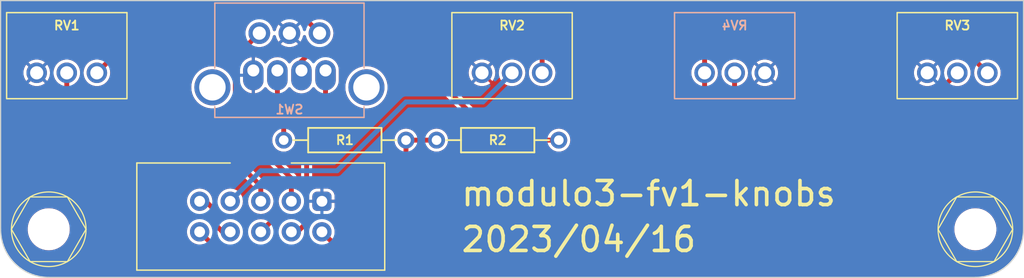
<source format=kicad_pcb>
(kicad_pcb (version 20221018) (generator pcbnew)
  (layers (0 "F.Cu" signal) (31 "B.Cu" signal) (34 "B.Paste" user) (35 "F.Paste" user) (36 "B.SilkS" user "B.Silkscreen") (37 "F.SilkS" user "F.Silkscreen") (38 "B.Mask" user) (39 "F.Mask" user) (44 "Edge.Cuts" user))
  (net 0 "")
  (net 1 "Net-(R1-Pad1)")
  (net 2 "/RE_LED")
  (net 3 "Net-(R2-Pad1)")
  (net 4 "VCC")
  (net 5 "/WIPE1")
  (net 6 "GND")
  (net 7 "/WIPE2")
  (net 8 "/WIPE3")
  (net 9 "/WIPE4")
  (net 10 "/RE_A")
  (net 11 "/RE_B")
  (net 12 "/RE_SW")
  (footprint "myAmp:MountingHole" (layer "F.Cu") (at 53.5 69)
    (fp_text reference "J2" hide)
    (fp_text value "HOLE" hide)
    (fp_line (start -3.1 0) (end -1.55 2.684) (stroke (width 0.1)) (layer "F.SilkS"))
    (fp_line (start -1.55 -2.684) (end -3.1 0) (stroke (width 0.1)) (layer "F.SilkS"))
    (fp_line (start -1.55 2.684) (end 1.55 2.684) (stroke (width 0.1)) (layer "F.SilkS"))
    (fp_line (start 1.55 -2.684) (end -1.55 -2.684) (stroke (width 0.1)) (layer "F.SilkS"))
    (fp_line (start 1.55 2.684) (end 3.1 0) (stroke (width 0.1)) (layer "F.SilkS"))
    (fp_line (start 3.1 0) (end 1.55 -2.684) (stroke (width 0.1)) (layer "F.SilkS"))
    (fp_circle (center 0 0) (end 3.1 0) (stroke (width 0.1)) (fill none) (layer "F.SilkS"))
    (pad "" np_thru_hole circle (at 0 0) (size 3 3) (drill 3) (layers "F&B.Cu" "*.Mask"))
  )
  (footprint "myAmp:R_10MM" (layer "F.Cu") (at 90.805 61.595 180)
    (fp_text reference "R2" (at 0 0) (layer "F.SilkS") (effects (font (size 0.75 0.75))))
    (fp_text value "100" hide)
    (fp_line (start -3.048 -1.016) (end -3.048 1.016) (stroke (width 0.15)) (layer "F.SilkS"))
    (fp_line (start -3.048 -1.016) (end 3.048 -1.016) (stroke (width 0.15)) (layer "F.SilkS"))
    (fp_line (start -3.048 0) (end -4.275 0) (stroke (width 0.15)) (layer "F.SilkS"))
    (fp_line (start -3.048 1.016) (end 3.048 1.016) (stroke (width 0.15)) (layer "F.SilkS"))
    (fp_line (start 3.048 -1.016) (end 3.048 1.016) (stroke (width 0.15)) (layer "F.SilkS"))
    (fp_line (start 3.048 0) (end 4.275 0) (stroke (width 0.15)) (layer "F.SilkS"))
    (pad "1" thru_hole circle (at -5.08 0 180) (size 1.4 1.4) (drill 0.8) (layers "*.Cu" "*.Mask") (net 3 "Net-(R2-Pad1)"))
    (pad "2" thru_hole circle (at 5.08 0 180) (size 1.4 1.4) (drill 0.8) (layers "*.Cu" "*.Mask") (net 2 "/RE_LED"))
  )
  (footprint "myAmp:BOURNS_PTD901_xx15K" (layer "F.Cu") (at 129 56 180)
    (fp_text reference "RV3" (at 0 3.93) (layer "F.SilkS") (effects (font (size 0.75 0.75))))
    (fp_text value "10k")
    (fp_line (start -5 -2.15) (end 5 -2.15) (stroke (width 0.12)) (layer "F.SilkS"))
    (fp_line (start -5 5) (end -5 -2.1) (stroke (width 0.12)) (layer "F.SilkS"))
    (fp_line (start 5 -2.1) (end 5 5) (stroke (width 0.12)) (layer "F.SilkS"))
    (fp_line (start 5 5) (end -5 5) (stroke (width 0.12)) (layer "F.SilkS"))
    (pad "1" thru_hole circle (at -2.5 0 180) (size 1.7 1.7) (drill 1.1) (layers "*.Cu" "*.Mask") (net 4 "VCC"))
    (pad "2" thru_hole circle (at 0 0 180) (size 1.7 1.7) (drill 1.1) (layers "*.Cu" "*.Mask") (net 8 "/WIPE3"))
    (pad "3" thru_hole circle (at 2.5 0 180) (size 1.7 1.7) (drill 1.1) (layers "*.Cu" "*.Mask") (net 6 "GND"))
  )
  (footprint "myAmp:BOURNS_PTD901_xx15K" (layer "F.Cu") (at 92 56 180)
    (fp_text reference "RV2" (at 0 3.93) (layer "F.SilkS") (effects (font (size 0.75 0.75))))
    (fp_text value "10k")
    (fp_line (start -5 -2.15) (end 5 -2.15) (stroke (width 0.12)) (layer "F.SilkS"))
    (fp_line (start -5 5) (end -5 -2.1) (stroke (width 0.12)) (layer "F.SilkS"))
    (fp_line (start 5 -2.1) (end 5 5) (stroke (width 0.12)) (layer "F.SilkS"))
    (fp_line (start 5 5) (end -5 5) (stroke (width 0.12)) (layer "F.SilkS"))
    (pad "1" thru_hole circle (at -2.5 0 180) (size 1.7 1.7) (drill 1.1) (layers "*.Cu" "*.Mask") (net 4 "VCC"))
    (pad "2" thru_hole circle (at 0 0 180) (size 1.7 1.7) (drill 1.1) (layers "*.Cu" "*.Mask") (net 7 "/WIPE2"))
    (pad "3" thru_hole circle (at 2.5 0 180) (size 1.7 1.7) (drill 1.1) (layers "*.Cu" "*.Mask") (net 6 "GND"))
  )
  (footprint "myAmp:KNOBS" (layer "F.Cu") (at 71.12 67.945)
    (fp_text reference "U1" hide)
    (fp_text value "~" hide)
    (fp_line (start -10.3 -4.45) (end -10.3 4.45) (stroke (width 0.12)) (layer "F.SilkS"))
    (fp_line (start -10.3 -4.45) (end -2.54 -4.45) (stroke (width 0.12)) (layer "F.SilkS"))
    (fp_line (start 2.54 -4.45) (end 10.3 -4.45) (stroke (width 0.12)) (layer "F.SilkS"))
    (fp_line (start 10.3 -4.45) (end 10.3 4.45) (stroke (width 0.12)) (layer "F.SilkS"))
    (fp_line (start 10.3 4.45) (end -10.3 4.45) (stroke (width 0.12)) (layer "F.SilkS"))
    (pad "1" thru_hole roundrect (at 5.08 -1.27) (size 1.6 1.6) (drill 0.9) (layers "*.Cu" "*.Mask") (net 6 "GND"))
    (pad "2" thru_hole circle (at 2.54 -1.27) (size 1.6 1.6) (drill 0.9) (layers "*.Cu" "*.Mask") (net 10 "/RE_A"))
    (pad "3" thru_hole circle (at 0 -1.27) (size 1.6 1.6) (drill 0.9) (layers "*.Cu" "*.Mask") (net 11 "/RE_B"))
    (pad "4" thru_hole circle (at -2.54 -1.27) (size 1.6 1.6) (drill 0.9) (layers "*.Cu" "*.Mask") (net 7 "/WIPE2"))
    (pad "5" thru_hole circle (at -5.08 -1.27) (size 1.6 1.6) (drill 0.9) (layers "*.Cu" "*.Mask") (net 9 "/WIPE4"))
    (pad "6" thru_hole circle (at -5.08 1.27) (size 1.6 1.6) (drill 0.9) (layers "*.Cu" "*.Mask") (net 8 "/WIPE3"))
    (pad "7" thru_hole circle (at -2.54 1.27) (size 1.6 1.6) (drill 0.9) (layers "*.Cu" "*.Mask") (net 5 "/WIPE1"))
    (pad "8" thru_hole circle (at 0 1.27) (size 1.6 1.6) (drill 0.9) (layers "*.Cu" "*.Mask") (net 12 "/RE_SW"))
    (pad "9" thru_hole circle (at 2.54 1.27) (size 1.6 1.6) (drill 0.9) (layers "*.Cu" "*.Mask") (net 2 "/RE_LED"))
    (pad "10" thru_hole circle (at 5.08 1.27) (size 1.6 1.6) (drill 0.9) (layers "*.Cu" "*.Mask") (net 4 "VCC"))
  )
  (footprint "myAmp:R_10MM" (layer "F.Cu") (at 78.105 61.595)
    (fp_text reference "R1" (at 0 0) (layer "F.SilkS") (effects (font (size 0.75 0.75))))
    (fp_text value "100" hide)
    (fp_line (start -3.048 -1.016) (end -3.048 1.016) (stroke (width 0.15)) (layer "F.SilkS"))
    (fp_line (start -3.048 -1.016) (end 3.048 -1.016) (stroke (width 0.15)) (layer "F.SilkS"))
    (fp_line (start -3.048 0) (end -4.275 0) (stroke (width 0.15)) (layer "F.SilkS"))
    (fp_line (start -3.048 1.016) (end 3.048 1.016) (stroke (width 0.15)) (layer "F.SilkS"))
    (fp_line (start 3.048 -1.016) (end 3.048 1.016) (stroke (width 0.15)) (layer "F.SilkS"))
    (fp_line (start 3.048 0) (end 4.275 0) (stroke (width 0.15)) (layer "F.SilkS"))
    (pad "1" thru_hole circle (at -5.08 0) (size 1.4 1.4) (drill 0.8) (layers "*.Cu" "*.Mask") (net 1 "Net-(R1-Pad1)"))
    (pad "2" thru_hole circle (at 5.08 0) (size 1.4 1.4) (drill 0.8) (layers "*.Cu" "*.Mask") (net 2 "/RE_LED"))
  )
  (footprint "myAmp:MountingHole" (layer "F.Cu") (at 130.5 69)
    (fp_text reference "J1" hide)
    (fp_text value "HOLE" hide)
    (fp_line (start -3.1 0) (end -1.55 2.684) (stroke (width 0.1)) (layer "F.SilkS"))
    (fp_line (start -1.55 -2.684) (end -3.1 0) (stroke (width 0.1)) (layer "F.SilkS"))
    (fp_line (start -1.55 2.684) (end 1.55 2.684) (stroke (width 0.1)) (layer "F.SilkS"))
    (fp_line (start 1.55 -2.684) (end -1.55 -2.684) (stroke (width 0.1)) (layer "F.SilkS"))
    (fp_line (start 1.55 2.684) (end 3.1 0) (stroke (width 0.1)) (layer "F.SilkS"))
    (fp_line (start 3.1 0) (end 1.55 -2.684) (stroke (width 0.1)) (layer "F.SilkS"))
    (fp_circle (center 0 0) (end 3.1 0) (stroke (width 0.1)) (fill none) (layer "F.SilkS"))
    (pad "" np_thru_hole circle (at 0 0) (size 3 3) (drill 3) (layers "F&B.Cu" "*.Mask"))
  )
  (footprint "myAmp:BOURNS_PTD901_xx15K" (layer "F.Cu") (at 55 56 180)
    (fp_text reference "RV1" (at 0 3.93) (layer "F.SilkS") (effects (font (size 0.75 0.75))))
    (fp_text value "10k")
    (fp_line (start -5 -2.15) (end 5 -2.15) (stroke (width 0.12)) (layer "F.SilkS"))
    (fp_line (start -5 5) (end -5 -2.1) (stroke (width 0.12)) (layer "F.SilkS"))
    (fp_line (start 5 -2.1) (end 5 5) (stroke (width 0.12)) (layer "F.SilkS"))
    (fp_line (start 5 5) (end -5 5) (stroke (width 0.12)) (layer "F.SilkS"))
    (pad "1" thru_hole circle (at -2.5 0 180) (size 1.7 1.7) (drill 1.1) (layers "*.Cu" "*.Mask") (net 4 "VCC"))
    (pad "2" thru_hole circle (at 0 0 180) (size 1.7 1.7) (drill 1.1) (layers "*.Cu" "*.Mask") (net 5 "/WIPE1"))
    (pad "3" thru_hole circle (at 2.5 0 180) (size 1.7 1.7) (drill 1.1) (layers "*.Cu" "*.Mask") (net 6 "GND"))
  )
  (footprint "myAmp:BOURNS_PTD901_xx15K" (layer "B.Cu") (at 110.5 56)
    (fp_text reference "RV4" (at 0 -3.93) (layer "B.SilkS") (effects (font (size 0.75 0.75)) (justify mirror)))
    (fp_text value "10k")
    (fp_line (start -5 -5) (end -5 2.1) (stroke (width 0.12)) (layer "B.SilkS"))
    (fp_line (start -5 2.15) (end 5 2.15) (stroke (width 0.12)) (layer "B.SilkS"))
    (fp_line (start 5 -5) (end -5 -5) (stroke (width 0.12)) (layer "B.SilkS"))
    (fp_line (start 5 2.1) (end 5 -5) (stroke (width 0.12)) (layer "B.SilkS"))
    (pad "1" thru_hole circle (at -2.5 0) (size 1.7 1.7) (drill 1.1) (layers "*.Cu" "*.Mask") (net 4 "VCC"))
    (pad "2" thru_hole circle (at 0 0) (size 1.7 1.7) (drill 1.1) (layers "*.Cu" "*.Mask") (net 9 "/WIPE4"))
    (pad "3" thru_hole circle (at 2.5 0) (size 1.7 1.7) (drill 1.1) (layers "*.Cu" "*.Mask") (net 6 "GND"))
  )
  (footprint "myAmp:BOURNS_PEL12D-2xxx" (layer "B.Cu") (at 73.5 52.705 180)
    (fp_text reference "SW1" (at 0 -6.35) (layer "B.SilkS") (effects (font (size 0.75 0.75)) (justify mirror)))
    (fp_text value "ROTENC_BOURNS_PEL12D" hide)
    (fp_line (start -6.2 -7) (end -6.2 -6.1) (stroke (width 0.12)) (layer "B.SilkS"))
    (fp_line (start -6.2 -2.8956) (end -6.2 2.5) (stroke (width 0.12)) (layer "B.SilkS"))
    (fp_line (start -6.2 2.5) (end 6.2 2.5) (stroke (width 0.12)) (layer "B.SilkS"))
    (fp_line (start 6.2 -7) (end -6.2 -7) (stroke (width 0.12)) (layer "B.SilkS"))
    (fp_line (start 6.2 -7) (end 6.2 -6.1) (stroke (width 0.12)) (layer "B.SilkS"))
    (fp_line (start 6.2 2.5) (end 6.2 -2.9) (stroke (width 0.12)) (layer "B.SilkS"))
    (pad "" thru_hole circle (at -6.4 -4.5 180) (size 3 3) (drill 2.2) (layers "*.Cu" "*.Mask"))
    (pad "" thru_hole circle (at 6.4 -4.5 180) (size 3 3) (drill 2.2) (layers "*.Cu" "*.Mask"))
    (pad "1" thru_hole circle (at 2.5 0 180) (size 1.8 1.8) (drill 1.1) (layers "*.Cu" "*.Mask") (net 10 "/RE_A"))
    (pad "2" thru_hole circle (at 0 0 180) (size 1.8 1.8) (drill 1.1) (layers "*.Cu" "*.Mask") (net 6 "GND"))
    (pad "3" thru_hole circle (at -2.5 0 180) (size 1.8 1.8) (drill 1.1) (layers "*.Cu" "*.Mask") (net 11 "/RE_B"))
    (pad "4" thru_hole oval (at 3 -3.1 180) (size 1.7 2.5) (drill 1 (offset 0 -0.4)) (layers "*.Cu" "*.Mask") (net 6 "GND"))
    (pad "5" thru_hole oval (at 1 -3.1 180) (size 1.7 2.5) (drill 1 (offset 0 -0.4)) (layers "*.Cu" "*.Mask") (net 1 "Net-(R1-Pad1)"))
    (pad "6" thru_hole oval (at -1 -3.1 180) (size 1.7 2.5) (drill 1 (offset 0 -0.4)) (layers "*.Cu" "*.Mask") (net 3 "Net-(R2-Pad1)"))
    (pad "7" thru_hole oval (at -3 -3.1 180) (size 1.7 2.5) (drill 1 (offset 0 -0.4)) (layers "*.Cu" "*.Mask") (net 12 "/RE_SW"))
  )
  (gr_line (start 49.5 50) (end 49.5 69) (stroke (width 0.1)) (layer "Edge.Cuts"))
  (gr_arc (start 53.5 73) (mid 50.671573 71.828427) (end 49.5 69) (stroke (width 0.1)) (layer "Edge.Cuts"))
  (gr_line (start 134.5 50) (end 49.5 50) (stroke (width 0.1)) (layer "Edge.Cuts"))
  (gr_line (start 134.5 69) (end 134.5 50) (stroke (width 0.1)) (layer "Edge.Cuts"))
  (gr_arc (start 134.5 69) (mid 133.328427 71.828427) (end 130.5 73) (stroke (width 0.1)) (layer "Edge.Cuts"))
  (gr_line (start 53.5 73) (end 130.5 73) (stroke (width 0.1)) (layer "Edge.Cuts"))
  (gr_text "2023/04/16" (at 87.63 69.85) (layer "F.SilkS") (effects (font (size 2 2) (thickness 0.3)) (justify left)))
  (gr_text "modulo3-fv1-knobs" (at 87.63 66.04) (layer "F.SilkS") (effects (font (size 2 2) (thickness 0.3)) (justify left)))
  (segment (start 73.025 59.69) (end 73.025 61.595) (width 0.4064) (layer "F.Cu") (net 1))
  (segment (start 72.5 55.805) (end 72.5 59.165) (width 0.4064) (layer "F.Cu") (net 1))
  (segment (start 72.5 59.165) (end 73.025 59.69) (width 0.4064) (layer "F.Cu") (net 1))
  (segment (start 83.185 63.5) (end 83.185 61.595) (width 0.4064) (layer "F.Cu") (net 2))
  (segment (start 73.66 69.215) (end 74.168 69.215) (width 0.4064) (layer "F.Cu") (net 2))
  (segment (start 83.185 61.595) (end 85.725 61.595) (width 0.4064) (layer "F.Cu") (net 2))
  (segment (start 74.168 69.215) (end 75.438 67.945) (width 0.4064) (layer "F.Cu") (net 2))
  (segment (start 78.74 67.945) (end 83.185 63.5) (width 0.4064) (layer "F.Cu") (net 2))
  (segment (start 75.438 67.945) (end 78.74 67.945) (width 0.4064) (layer "F.Cu") (net 2))
  (segment (start 74.5 55.04) (end 75.311 54.229) (width 0.4064) (layer "F.Cu") (net 3))
  (segment (start 90.791591 61.595) (end 95.885 61.595) (width 0.4064) (layer "F.Cu") (net 3))
  (segment (start 74.5 55.805) (end 74.5 55.04) (width 0.4064) (layer "F.Cu") (net 3))
  (segment (start 75.311 54.229) (end 83.425591 54.229) (width 0.4064) (layer "F.Cu") (net 3))
  (segment (start 83.425591 54.229) (end 90.791591 61.595) (width 0.4064) (layer "F.Cu") (net 3))
  (segment (start 94.5 56) (end 94.5 50.431) (width 0.4064) (layer "F.Cu") (net 4))
  (segment (start 108 60.021) (end 108 56) (width 0.4064) (layer "F.Cu") (net 4))
  (segment (start 98.044 69.977) (end 108 60.021) (width 0.4064) (layer "F.Cu") (net 4))
  (segment (start 125.919 50.419) (end 131.5 56) (width 0.4064) (layer "F.Cu") (net 4))
  (segment (start 108 56) (end 108 50.469) (width 0.4064) (layer "F.Cu") (net 4))
  (segment (start 94.488 50.419) (end 107.95 50.419) (width 0.4064) (layer "F.Cu") (net 4))
  (segment (start 76.962 69.977) (end 98.044 69.977) (width 0.4064) (layer "F.Cu") (net 4))
  (segment (start 57.5 56) (end 63.081 50.419) (width 0.4064) (layer "F.Cu") (net 4))
  (segment (start 108 50.469) (end 107.95 50.419) (width 0.4064) (layer "F.Cu") (net 4))
  (segment (start 94.5 50.431) (end 94.488 50.419) (width 0.4064) (layer "F.Cu") (net 4))
  (segment (start 76.2 69.215) (end 76.962 69.977) (width 0.4064) (layer "F.Cu") (net 4))
  (segment (start 107.95 50.419) (end 125.919 50.419) (width 0.4064) (layer "F.Cu") (net 4))
  (segment (start 63.081 50.419) (end 94.488 50.419) (width 0.4064) (layer "F.Cu") (net 4))
  (segment (start 68.58 69.215) (end 67.945 69.215) (width 0.4064) (layer "F.Cu") (net 5))
  (segment (start 67.945 69.215) (end 66.675 67.945) (width 0.4064) (layer "F.Cu") (net 5))
  (segment (start 66.675 67.945) (end 64.135 67.945) (width 0.4064) (layer "F.Cu") (net 5))
  (segment (start 64.135 67.945) (end 55 58.81) (width 0.4064) (layer "F.Cu") (net 5))
  (segment (start 55 58.81) (end 55 56) (width 0.4064) (layer "F.Cu") (net 5))
  (segment (start 89.58 58.42) (end 92 56) (width 0.4064) (layer "B.Cu") (net 7))
  (segment (start 83.185 58.42) (end 89.58 58.42) (width 0.4064) (layer "B.Cu") (net 7))
  (segment (start 71.12 64.135) (end 77.47 64.135) (width 0.4064) (layer "B.Cu") (net 7))
  (segment (start 77.47 64.135) (end 83.185 58.42) (width 0.4064) (layer "B.Cu") (net 7))
  (segment (start 68.58 66.675) (end 71.12 64.135) (width 0.4064) (layer "B.Cu") (net 7))
  (segment (start 125.691 59.309) (end 129 56) (width 0.4064) (layer "F.Cu") (net 8))
  (segment (start 98.552 71.247) (end 110.49 59.309) (width 0.4064) (layer "F.Cu") (net 8))
  (segment (start 66.04 69.215) (end 68.072 71.247) (width 0.4064) (layer "F.Cu") (net 8))
  (segment (start 110.49 59.309) (end 125.691 59.309) (width 0.4064) (layer "F.Cu") (net 8))
  (segment (start 68.072 71.247) (end 98.552 71.247) (width 0.4064) (layer "F.Cu") (net 8))
  (segment (start 110.49 58.42) (end 110.49 56.01) (width 0.4064) (layer "F.Cu") (net 9))
  (segment (start 67.818 67.945) (end 69.433054 67.945) (width 0.4064) (layer "F.Cu") (net 9))
  (segment (start 69.433054 67.945) (end 69.85 68.361946) (width 0.4064) (layer "F.Cu") (net 9))
  (segment (start 110.49 56.01) (end 110.5 56) (width 0.4064) (layer "F.Cu") (net 9))
  (segment (start 66.548 66.675) (end 67.818 67.945) (width 0.4064) (layer "F.Cu") (net 9))
  (segment (start 69.85 68.361946) (end 69.85 69.977) (width 0.4064) (layer "F.Cu") (net 9))
  (segment (start 98.298 70.612) (end 110.49 58.42) (width 0.4064) (layer "F.Cu") (net 9))
  (segment (start 69.85 69.977) (end 70.485 70.612) (width 0.4064) (layer "F.Cu") (net 9))
  (segment (start 70.485 70.612) (end 98.298 70.612) (width 0.4064) (layer "F.Cu") (net 9))
  (segment (start 66.04 66.675) (end 66.548 66.675) (width 0.4064) (layer "F.Cu") (net 9))
  (segment (start 71 52.705) (end 69.0064 54.6986) (width 0.4064) (layer "F.Cu") (net 10))
  (segment (start 73.66 64.77) (end 73.66 66.675) (width 0.4064) (layer "F.Cu") (net 10))
  (segment (start 69.0064 60.1164) (end 73.66 64.77) (width 0.4064) (layer "F.Cu") (net 10))
  (segment (start 69.0064 54.6986) (end 69.0064 60.1164) (width 0.4064) (layer "F.Cu") (net 10))
  (segment (start 64.135 58.42) (end 64.135 55.245) (width 0.4064) (layer "F.Cu") (net 11))
  (segment (start 68.199 51.181) (end 74.476 51.181) (width 0.4064) (layer "F.Cu") (net 11))
  (segment (start 71.12 65.405) (end 64.135 58.42) (width 0.4064) (layer "F.Cu") (net 11))
  (segment (start 64.135 55.245) (end 68.199 51.181) (width 0.4064) (layer "F.Cu") (net 11))
  (segment (start 71.12 66.675) (end 71.12 65.405) (width 0.4064) (layer "F.Cu") (net 11))
  (segment (start 74.476 51.181) (end 76 52.705) (width 0.4064) (layer "F.Cu") (net 11))
  (segment (start 72.39 67.945) (end 74.295 67.945) (width 0.4064) (layer "F.Cu") (net 12))
  (segment (start 74.93 60.96) (end 76.5 59.39) (width 0.4064) (layer "F.Cu") (net 12))
  (segment (start 74.93 67.31) (end 74.93 60.96) (width 0.4064) (layer "F.Cu") (net 12))
  (segment (start 71.12 69.215) (end 72.39 67.945) (width 0.4064) (layer "F.Cu") (net 12))
  (segment (start 74.295 67.945) (end 74.93 67.31) (width 0.4064) (layer "F.Cu") (net 12))
  (segment (start 76.5 59.39) (end 76.5 55.805) (width 0.4064) (layer "F.Cu") (net 12))
  (zone (net 6) (net_name "GND") (layers "F&B.Cu") (connect_pads (clearance 0.254)) (min_thickness 0.254) (fill yes (thermal_gap 0.254) (thermal_bridge_width 0.254) (island_removal_mode 2) (island_area_min 9.999999))
    (polygon (pts (xy 49.5 50) (xy 49.5 73) (xy 134.5 73) (xy 134.485 50)))
  )
)
</source>
